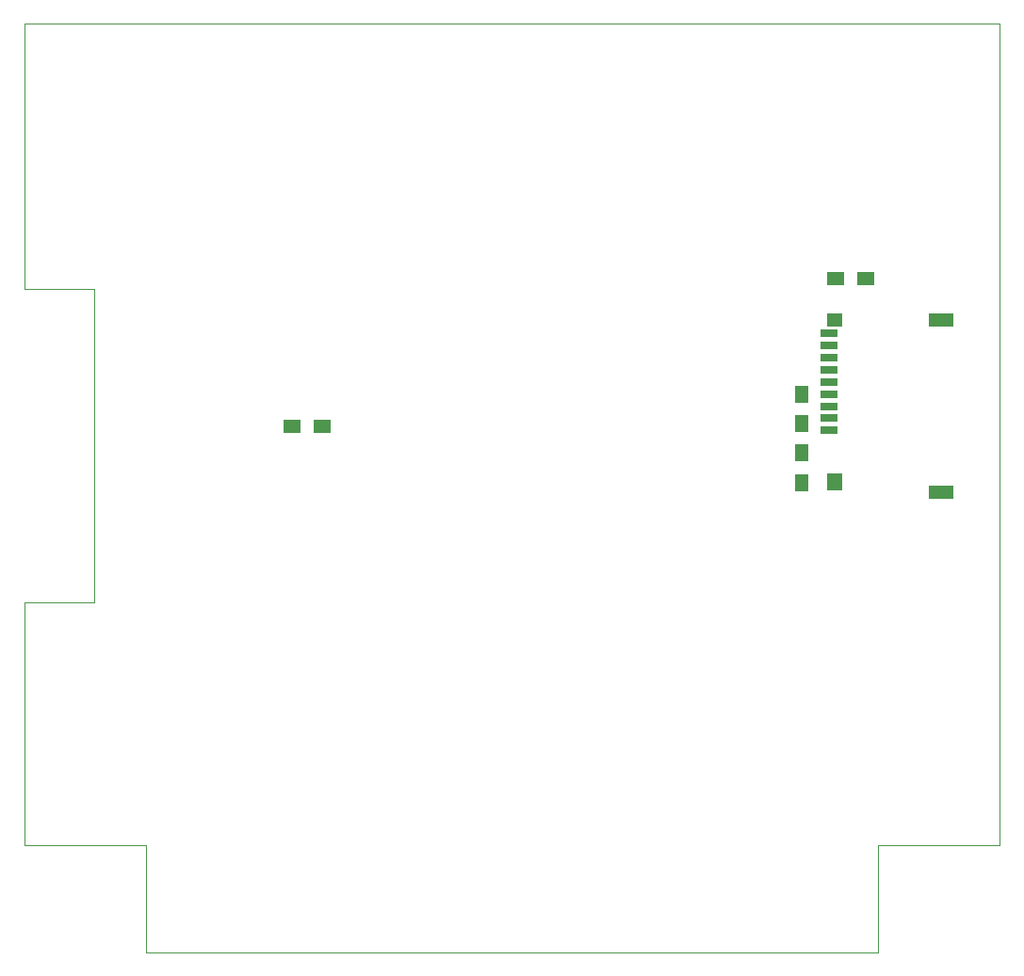
<source format=gbr>
G04 #@! TF.GenerationSoftware,KiCad,Pcbnew,(6.0.5)*
G04 #@! TF.CreationDate,2022-06-13T20:59:19-07:00*
G04 #@! TF.ProjectId,PocketTRS,506f636b-6574-4545-9253-2e6b69636164,rev?*
G04 #@! TF.SameCoordinates,Original*
G04 #@! TF.FileFunction,Paste,Bot*
G04 #@! TF.FilePolarity,Positive*
%FSLAX46Y46*%
G04 Gerber Fmt 4.6, Leading zero omitted, Abs format (unit mm)*
G04 Created by KiCad (PCBNEW (6.0.5)) date 2022-06-13 20:59:19*
%MOMM*%
%LPD*%
G01*
G04 APERTURE LIST*
G04 #@! TA.AperFunction,Profile*
%ADD10C,0.050000*%
G04 #@! TD*
%ADD11R,1.600000X0.700000*%
%ADD12R,1.400000X1.600000*%
%ADD13R,2.200000X1.200000*%
%ADD14R,1.400000X1.200000*%
%ADD15R,1.500000X1.300000*%
%ADD16R,1.300000X1.500000*%
G04 APERTURE END LIST*
D10*
X165100000Y-61976000D02*
X165100000Y-64770000D01*
X252730000Y-64770000D02*
X252730000Y-61976000D01*
X171323000Y-85852000D02*
X171323000Y-90805000D01*
X165100000Y-64770000D02*
X165100000Y-85852000D01*
X165100000Y-135890000D02*
X165100000Y-114046000D01*
X241808000Y-135890000D02*
X252730000Y-135890000D01*
X241808000Y-145542000D02*
X241300000Y-145542000D01*
X175260000Y-135890000D02*
X176022000Y-135890000D01*
X241808000Y-145542000D02*
X241808000Y-135890000D01*
X171323000Y-85852000D02*
X165100000Y-85852000D01*
X165100000Y-114046000D02*
X171323000Y-114046000D01*
X171323000Y-114046000D02*
X171323000Y-90805000D01*
X176022000Y-145542000D02*
X241300000Y-145542000D01*
X252730000Y-64770000D02*
X252730000Y-135890000D01*
X165100000Y-61976000D02*
X252730000Y-61976000D01*
X165100000Y-135890000D02*
X175260000Y-135890000D01*
X176022000Y-135890000D02*
X176022000Y-145542000D01*
D11*
X237404000Y-98593000D03*
X237404000Y-97493000D03*
X237404000Y-96393000D03*
X237404000Y-95293000D03*
X237404000Y-94193000D03*
X237404000Y-93093000D03*
X237404000Y-91993000D03*
X237404000Y-90893000D03*
X237404000Y-89793000D03*
D12*
X237904000Y-103243000D03*
D13*
X247504000Y-104143000D03*
X247504000Y-88643000D03*
D14*
X237904000Y-88643000D03*
D15*
X189150000Y-98171000D03*
X191850000Y-98171000D03*
D16*
X234950000Y-95297000D03*
X234950000Y-97997000D03*
D15*
X240681500Y-84899500D03*
X237981500Y-84899500D03*
D16*
X234950000Y-100567500D03*
X234950000Y-103267500D03*
M02*

</source>
